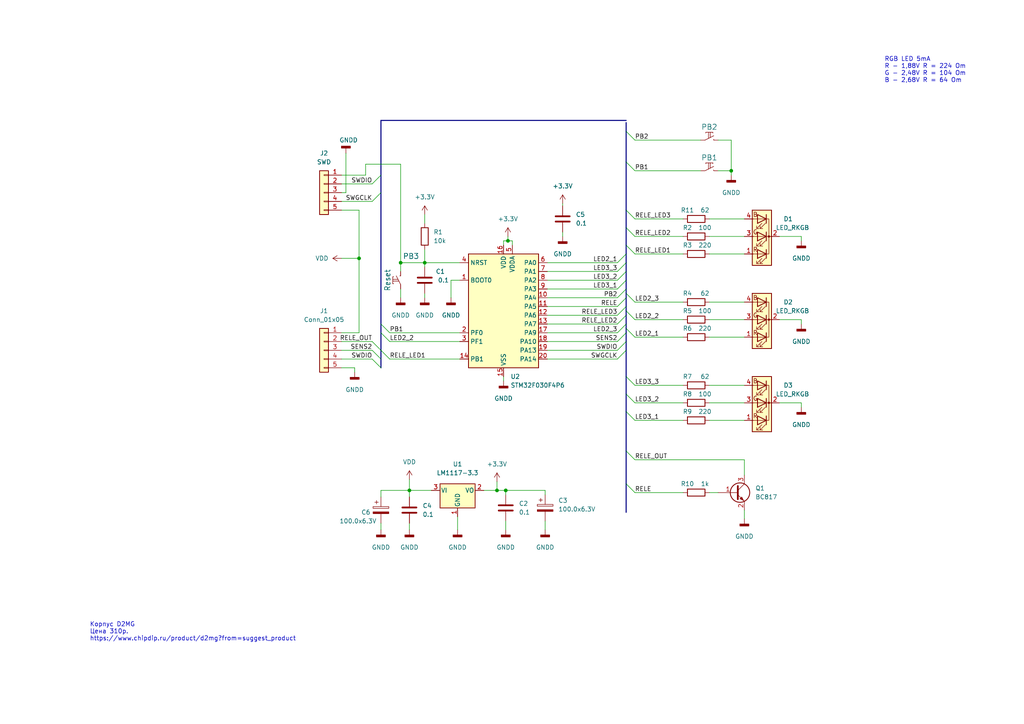
<source format=kicad_sch>
(kicad_sch (version 20211123) (generator eeschema)
  (paper "A4")
  (lib_symbols
    (symbol "Connector_Generic:Conn_01x05" (pin_names (offset 1.016) hide)
      (property "Reference" "J" (at 0 7.62 0))
      (property "Value" "Conn_01x05" (at 0 -7.62 0))
      (symbol "Conn_01x05_1_1"
        (rectangle (start -1.27 -4.953) (end 0 -5.207) (stroke (width 0.1524)))
        (rectangle (start -1.27 -2.413) (end 0 -2.667) (stroke (width 0.1524)))
        (rectangle (start -1.27 0.127) (end 0 -0.127) (stroke (width 0.1524)))
        (rectangle (start -1.27 2.667) (end 0 2.413) (stroke (width 0.1524)))
        (rectangle (start -1.27 5.207) (end 0 4.953) (stroke (width 0.1524)))
        (rectangle (start -1.27 6.35) (end 1.27 -6.35) (stroke (width 0.254)) (fill (type background)))
        (pin passive line (at -5.08 5.08 0) (length 3.81) (name "Pin_1") (number "1"))
        (pin passive line (at -5.08 2.54 0) (length 3.81) (name "Pin_2") (number "2"))
        (pin passive line (at -5.08 0 0) (length 3.81) (name "Pin_3") (number "3"))
        (pin passive line (at -5.08 -2.54 0) (length 3.81) (name "Pin_4") (number "4"))
        (pin passive line (at -5.08 -5.08 0) (length 3.81) (name "Pin_5") (number "5"))
      )
    )
    (symbol "Device:C" (pin_numbers hide) (pin_names (offset 0.254))
      (property "Reference" "C" (at 0.635 2.54 0))
      (property "Value" "C" (at 0.635 -2.54 0))
      (symbol "C_0_1"
        (polyline (pts (xy -2.032 -0.762) (xy 2.032 -0.762)) (stroke (width 0.508)))
        (polyline (pts (xy -2.032 0.762) (xy 2.032 0.762)) (stroke (width 0.508)))
      )
      (symbol "C_1_1"
        (pin passive line (at 0 3.81 270) (length 2.794) (name "~") (number "1"))
        (pin passive line (at 0 -3.81 90) (length 2.794) (name "~") (number "2"))
      )
    )
    (symbol "Device:C_Polarized" (pin_numbers hide) (pin_names (offset 0.254))
      (property "Reference" "C" (at 0.635 2.54 0))
      (property "Value" "C_Polarized" (at 0.635 -2.54 0))
      (symbol "C_Polarized_0_1"
        (rectangle (start -2.286 0.508) (end 2.286 1.016))
        (polyline (pts (xy -1.778 2.286) (xy -0.762 2.286)))
        (polyline (pts (xy -1.27 2.794) (xy -1.27 1.778)))
        (rectangle (start 2.286 -0.508) (end -2.286 -1.016) (fill (type outline)))
      )
      (symbol "C_Polarized_1_1"
        (pin passive line (at 0 3.81 270) (length 2.794) (name "~") (number "1"))
        (pin passive line (at 0 -3.81 90) (length 2.794) (name "~") (number "2"))
      )
    )
    (symbol "Device:LED_RKGB" (pin_names (offset 0) hide)
      (property "Reference" "D" (at 0 9.398 0))
      (property "Value" "LED_RKGB" (at 0 -8.89 0))
      (symbol "LED_RKGB_0_0"
        (text "B" (at 1.905 -6.35 0) (effects (font (size 1.27 1.27))))
        (text "G" (at 1.905 -1.27 0) (effects (font (size 1.27 1.27))))
        (text "R" (at 1.905 3.81 0) (effects (font (size 1.27 1.27))))
      )
      (symbol "LED_RKGB_0_1"
        (circle (center -2.032 0) (radius 0.254) (fill (type outline)))
        (polyline (pts (xy -1.27 -5.08) (xy 1.27 -5.08)))
        (polyline (pts (xy -1.27 -3.81) (xy -1.27 -6.35)) (stroke (width 0.254)))
        (polyline (pts (xy -1.27 0) (xy -2.54 0)))
        (polyline (pts (xy -1.27 1.27) (xy -1.27 -1.27)) (stroke (width 0.254)))
        (polyline (pts (xy -1.27 5.08) (xy 1.27 5.08)))
        (polyline (pts (xy -1.27 6.35) (xy -1.27 3.81)) (stroke (width 0.254)))
        (polyline (pts (xy 1.27 -5.08) (xy 2.54 -5.08)))
        (polyline (pts (xy 1.27 0) (xy -1.27 0)))
        (polyline (pts (xy 1.27 0) (xy 2.54 0)))
        (polyline (pts (xy 1.27 5.08) (xy 2.54 5.08)))
        (polyline (pts (xy -1.27 1.27) (xy -1.27 -1.27) (xy -1.27 -1.27)))
        (polyline (pts (xy -1.27 6.35) (xy -1.27 3.81) (xy -1.27 3.81)))
        (polyline (pts (xy -1.27 5.08) (xy -2.032 5.08) (xy -2.032 -5.08) (xy -1.016 -5.08)))
        (polyline (pts (xy 1.27 -3.81) (xy 1.27 -6.35) (xy -1.27 -5.08) (xy 1.27 -3.81)) (stroke (width 0.254)))
        (polyline (pts (xy 1.27 1.27) (xy 1.27 -1.27) (xy -1.27 0) (xy 1.27 1.27)) (stroke (width 0.254)))
        (polyline (pts (xy 1.27 6.35) (xy 1.27 3.81) (xy -1.27 5.08) (xy 1.27 6.35)) (stroke (width 0.254)))
        (polyline (pts (xy -1.016 -3.81) (xy 0.508 -2.286) (xy -0.254 -2.286) (xy 0.508 -2.286) (xy 0.508 -3.048)))
        (polyline (pts (xy -1.016 1.27) (xy 0.508 2.794) (xy -0.254 2.794) (xy 0.508 2.794) (xy 0.508 2.032)))
        (polyline (pts (xy -1.016 6.35) (xy 0.508 7.874) (xy -0.254 7.874) (xy 0.508 7.874) (xy 0.508 7.112)))
        (polyline (pts (xy 0 -3.81) (xy 1.524 -2.286) (xy 0.762 -2.286) (xy 1.524 -2.286) (xy 1.524 -3.048)))
        (polyline (pts (xy 0 1.27) (xy 1.524 2.794) (xy 0.762 2.794) (xy 1.524 2.794) (xy 1.524 2.032)))
        (polyline (pts (xy 0 6.35) (xy 1.524 7.874) (xy 0.762 7.874) (xy 1.524 7.874) (xy 1.524 7.112)))
        (rectangle (start 1.27 -1.27) (end 1.27 1.27))
        (rectangle (start 1.27 1.27) (end 1.27 1.27))
        (rectangle (start 1.27 3.81) (end 1.27 6.35))
        (rectangle (start 1.27 6.35) (end 1.27 6.35))
        (rectangle (start 2.794 8.382) (end -2.794 -7.62) (stroke (width 0.254)) (fill (type background)))
      )
      (symbol "LED_RKGB_1_1"
        (pin passive line (at 5.08 5.08 180) (length 2.54) (name "RA") (number "1"))
        (pin passive line (at -5.08 0 0) (length 2.54) (name "K") (number "2"))
        (pin passive line (at 5.08 0 180) (length 2.54) (name "GA") (number "3"))
        (pin passive line (at 5.08 -5.08 180) (length 2.54) (name "BA") (number "4"))
      )
    )
    (symbol "Device:Q_NPN_BEC" (pin_names (offset 0) hide)
      (property "Reference" "Q" (at 5.08 1.27 0))
      (property "Value" "Q_NPN_BEC" (at 5.08 -1.27 0))
      (symbol "Q_NPN_BEC_0_1"
        (polyline (pts (xy 0.635 0.635) (xy 2.54 2.54)))
        (polyline (pts (xy 0.635 -0.635) (xy 2.54 -2.54) (xy 2.54 -2.54)))
        (polyline (pts (xy 0.635 1.905) (xy 0.635 -1.905) (xy 0.635 -1.905)) (stroke (width 0.508)))
        (polyline (pts (xy 1.27 -1.778) (xy 1.778 -1.27) (xy 2.286 -2.286) (xy 1.27 -1.778) (xy 1.27 -1.778)) (fill (type outline)))
        (circle (center 1.27 0) (radius 2.8194) (stroke (width 0.254)))
      )
      (symbol "Q_NPN_BEC_1_1"
        (pin input line (at -5.08 0 0) (length 5.715) (name "B") (number "1"))
        (pin passive line (at 2.54 -5.08 90) (length 2.54) (name "E") (number "2"))
        (pin passive line (at 2.54 5.08 270) (length 2.54) (name "C") (number "3"))
      )
    )
    (symbol "Device:R" (pin_numbers hide) (pin_names (offset 0))
      (property "Reference" "R" (at 2.032 0 90))
      (property "Value" "R" (at 0 0 90))
      (symbol "R_0_1"
        (rectangle (start -1.016 -2.54) (end 1.016 2.54) (stroke (width 0.254)))
      )
      (symbol "R_1_1"
        (pin passive line (at 0 3.81 270) (length 1.27) (name "~") (number "1"))
        (pin passive line (at 0 -3.81 90) (length 1.27) (name "~") (number "2"))
      )
    )
    (symbol "MCU_ST_STM32F0:STM32F030F4Px"
      (property "Reference" "U" (at -10.16 16.51 0))
      (property "Value" "STM32F030F4Px" (at 5.08 16.51 0))
      (symbol "STM32F030F4Px_0_1"
        (rectangle (start -10.16 -17.78) (end 10.16 15.24) (stroke (width 0.254)) (fill (type background)))
      )
      (symbol "STM32F030F4Px_1_1"
        (pin input line (at -12.7 7.62 0) (length 2.54) (name "BOOT0") (number "1"))
        (pin bidirectional line (at 12.7 2.54 180) (length 2.54) (name "PA4") (number "10"))
        (pin bidirectional line (at 12.7 0 180) (length 2.54) (name "PA5") (number "11"))
        (pin bidirectional line (at 12.7 -2.54 180) (length 2.54) (name "PA6") (number "12"))
        (pin bidirectional line (at 12.7 -5.08 180) (length 2.54) (name "PA7") (number "13"))
        (pin bidirectional line (at -12.7 -15.24 0) (length 2.54) (name "PB1") (number "14"))
        (pin power_in line (at 0 -20.32 90) (length 2.54) (name "VSS") (number "15"))
        (pin power_in line (at 0 17.78 270) (length 2.54) (name "VDD") (number "16"))
        (pin bidirectional line (at 12.7 -7.62 180) (length 2.54) (name "PA9") (number "17"))
        (pin bidirectional line (at 12.7 -10.16 180) (length 2.54) (name "PA10") (number "18"))
        (pin bidirectional line (at 12.7 -12.7 180) (length 2.54) (name "PA13") (number "19"))
        (pin input line (at -12.7 -7.62 0) (length 2.54) (name "PF0") (number "2"))
        (pin bidirectional line (at 12.7 -15.24 180) (length 2.54) (name "PA14") (number "20"))
        (pin input line (at -12.7 -10.16 0) (length 2.54) (name "PF1") (number "3"))
        (pin input line (at -12.7 12.7 0) (length 2.54) (name "NRST") (number "4"))
        (pin power_in line (at 2.54 17.78 270) (length 2.54) (name "VDDA") (number "5"))
        (pin bidirectional line (at 12.7 12.7 180) (length 2.54) (name "PA0") (number "6"))
        (pin bidirectional line (at 12.7 10.16 180) (length 2.54) (name "PA1") (number "7"))
        (pin bidirectional line (at 12.7 7.62 180) (length 2.54) (name "PA2") (number "8"))
        (pin bidirectional line (at 12.7 5.08 180) (length 2.54) (name "PA3") (number "9"))
      )
    )
    (symbol "Regulator_Linear:LM1117-3.3" (pin_names (offset 0.254))
      (property "Reference" "U" (at -3.81 3.175 0))
      (property "Value" "LM1117-3.3" (at 0 3.175 0))
      (symbol "LM1117-3.3_0_1"
        (rectangle (start -5.08 -5.08) (end 5.08 1.905) (stroke (width 0.254)) (fill (type background)))
      )
      (symbol "LM1117-3.3_1_1"
        (pin power_in line (at 0 -7.62 90) (length 2.54) (name "GND") (number "1"))
        (pin power_out line (at 7.62 0 180) (length 2.54) (name "VO") (number "2"))
        (pin power_in line (at -7.62 0 0) (length 2.54) (name "VI") (number "3"))
      )
    )
    (symbol "power:+3.3V" (power) (pin_names (offset 0))
      (property "Value" "+3.3V" (at 0 3.556 0))
      (symbol "+3.3V_0_1"
        (polyline (pts (xy -0.762 1.27) (xy 0 2.54)))
        (polyline (pts (xy 0 0) (xy 0 2.54)))
        (polyline (pts (xy 0 2.54) (xy 0.762 1.27)))
      )
      (symbol "+3.3V_1_1"
        (pin power_in line (at 0 0 90) (length 0) hide (name "+3.3V") (number "1"))
      )
    )
    (symbol "power:GNDD" (power) (pin_names (offset 0))
      (property "Value" "GNDD" (at 0 -3.175 0))
      (symbol "GNDD_0_1"
        (rectangle (start -1.27 -1.524) (end 1.27 -2.032) (stroke (width 0.254)) (fill (type outline)))
        (polyline (pts (xy 0 0) (xy 0 -1.524)))
      )
      (symbol "GNDD_1_1"
        (pin power_in line (at 0 0 270) (length 0) hide (name "GNDD") (number "1"))
      )
    )
    (symbol "power:VDD" (power) (pin_names (offset 0))
      (property "Value" "VDD" (at 0 3.81 0))
      (symbol "VDD_0_1"
        (polyline (pts (xy -0.762 1.27) (xy 0 2.54)))
        (polyline (pts (xy 0 0) (xy 0 2.54)))
        (polyline (pts (xy 0 2.54) (xy 0.762 1.27)))
      )
      (symbol "VDD_1_1"
        (pin power_in line (at 0 0 90) (length 0) hide (name "VDD") (number "1"))
      )
    )
    (symbol "кнопки:кнопка" (pin_numbers hide) (pin_names (offset 1.016) hide)
      (property "Reference" "PB" (at 2.54 3.81 0))
      (property "Value" "кнопка" (at 2.54 -1.27 0))
      (symbol "кнопка_0_1"
        (polyline (pts (xy 1.27 0) (xy 3.81 1.27)))
        (polyline (pts (xy 1.524 2.032) (xy 1.524 2.286)))
        (polyline (pts (xy 1.524 2.286) (xy 3.556 2.286)))
        (polyline (pts (xy 2.286 0.508) (xy 2.286 2.286)))
        (polyline (pts (xy 2.794 0.762) (xy 2.794 2.286)))
        (polyline (pts (xy 3.556 2.032) (xy 3.556 2.286)))
        (polyline (pts (xy 3.81 0) (xy 3.81 0.254)))
      )
      (symbol "кнопка_1_1"
        (pin passive line (at 5.08 0 180) (length 1.27) (name "1") (number "1"))
        (pin passive line (at 0 0 0) (length 1.27) (name "2") (number "2"))
      )
    )
  )
  (junction (at 144.145 142.24))
  (junction (at 118.745 142.24))
  (junction (at 147.32 69.85))
  (junction (at 123.19 76.2))
  (junction (at 212.09 49.53))
  (junction (at 116.205 76.2))
  (junction (at 146.685 142.24))
  (junction (at 104.14 74.93))
  (bus_entry (at 184.15 49.53) (size -2.54 -2.54))
  (bus_entry (at 184.15 97.79) (size -2.54 -2.54))
  (bus_entry (at 184.15 111.76) (size -2.54 -2.54))
  (bus_entry (at 184.15 63.5) (size -2.54 -2.54))
  (bus_entry (at 179.07 88.9) (size 2.54 -2.54))
  (bus_entry (at 184.15 142.875) (size -2.54 -2.54))
  (bus_entry (at 179.07 96.52) (size 2.54 -2.54))
  (bus_entry (at 107.95 101.6) (size 2.54 2.54))
  (bus_entry (at 184.15 73.66) (size -2.54 -2.54))
  (bus_entry (at 179.07 99.06) (size 2.54 -2.54))
  (bus_entry (at 107.95 99.06) (size 2.54 2.54))
  (bus_entry (at 184.15 121.92) (size -2.54 -2.54))
  (bus_entry (at 107.95 53.34) (size 2.54 -2.54))
  (bus_entry (at 179.07 76.2) (size 2.54 -2.54))
  (bus_entry (at 184.15 87.63) (size -2.54 -2.54))
  (bus_entry (at 107.95 104.14) (size 2.54 2.54))
  (bus_entry (at 110.49 101.6) (size 2.54 2.54))
  (bus_entry (at 184.15 116.84) (size -2.54 -2.54))
  (bus_entry (at 179.07 101.6) (size 2.54 -2.54))
  (bus_entry (at 184.15 68.58) (size -2.54 -2.54))
  (bus_entry (at 179.07 86.36) (size 2.54 -2.54))
  (bus_entry (at 107.95 58.42) (size 2.54 -2.54))
  (bus_entry (at 110.49 93.98) (size 2.54 2.54))
  (bus_entry (at 184.15 133.35) (size -2.54 -2.54))
  (bus_entry (at 179.07 78.74) (size 2.54 -2.54))
  (bus_entry (at 179.07 83.82) (size 2.54 -2.54))
  (bus_entry (at 110.49 96.52) (size 2.54 2.54))
  (bus_entry (at 184.15 92.71) (size -2.54 -2.54))
  (bus_entry (at 184.15 40.64) (size -2.54 -2.54))
  (bus_entry (at 179.07 91.44) (size 2.54 -2.54))
  (bus_entry (at 179.07 104.14) (size 2.54 -2.54))
  (bus_entry (at 179.07 81.28) (size 2.54 -2.54))
  (bus_entry (at 179.07 93.98) (size 2.54 -2.54))
  (wire (pts (xy 104.14 74.93) (xy 104.14 96.52)))
  (bus (pts (xy 181.61 96.52) (xy 181.61 99.06)))
  (bus (pts (xy 181.61 95.25) (xy 181.61 96.52)))
  (wire (pts (xy 148.59 69.85) (xy 148.59 71.12)))
  (wire (pts (xy 212.09 40.64) (xy 212.09 49.53)))
  (bus (pts (xy 181.61 60.96) (xy 181.61 66.04)))
  (bus (pts (xy 181.61 109.22) (xy 181.61 114.3)))
  (wire (pts (xy 184.15 73.66) (xy 198.12 73.66)))
  (bus (pts (xy 110.49 93.98) (xy 110.49 96.52)))
  (wire (pts (xy 198.12 121.92) (xy 184.15 121.92)))
  (wire (pts (xy 198.12 92.71) (xy 184.15 92.71)))
  (wire (pts (xy 123.19 85.09) (xy 123.19 86.36)))
  (wire (pts (xy 130.81 81.28) (xy 133.35 81.28)))
  (wire (pts (xy 99.06 101.6) (xy 107.95 101.6)))
  (wire (pts (xy 132.715 149.86) (xy 132.715 153.67)))
  (wire (pts (xy 158.75 96.52) (xy 179.07 96.52)))
  (bus (pts (xy 181.61 99.06) (xy 181.61 101.6)))
  (wire (pts (xy 118.745 139.065) (xy 118.745 142.24)))
  (wire (pts (xy 99.06 50.8) (xy 106.045 50.8)))
  (bus (pts (xy 181.61 101.6) (xy 181.61 109.22)))
  (wire (pts (xy 116.205 76.2) (xy 123.19 76.2)))
  (bus (pts (xy 181.61 140.335) (xy 181.61 148.59)))
  (wire (pts (xy 144.145 142.24) (xy 144.145 139.7)))
  (wire (pts (xy 205.74 142.875) (xy 208.28 142.875)))
  (wire (pts (xy 99.06 58.42) (xy 107.95 58.42)))
  (wire (pts (xy 116.205 47.625) (xy 116.205 76.2)))
  (bus (pts (xy 181.61 78.74) (xy 181.61 81.28)))
  (wire (pts (xy 158.115 151.13) (xy 158.115 153.67)))
  (bus (pts (xy 181.61 38.1) (xy 181.61 46.99)))
  (wire (pts (xy 215.9 121.92) (xy 205.74 121.92)))
  (wire (pts (xy 212.09 49.53) (xy 212.09 50.8)))
  (wire (pts (xy 123.19 62.23) (xy 123.19 64.77)))
  (wire (pts (xy 99.06 96.52) (xy 104.14 96.52)))
  (wire (pts (xy 113.03 99.06) (xy 133.35 99.06)))
  (wire (pts (xy 158.75 78.74) (xy 179.07 78.74)))
  (wire (pts (xy 232.41 116.84) (xy 232.41 118.11)))
  (bus (pts (xy 181.61 88.9) (xy 181.61 90.17)))
  (bus (pts (xy 181.61 91.44) (xy 181.61 93.98)))
  (wire (pts (xy 113.03 104.14) (xy 133.35 104.14)))
  (wire (pts (xy 158.75 104.14) (xy 179.07 104.14)))
  (bus (pts (xy 181.61 90.17) (xy 181.61 91.44)))
  (bus (pts (xy 181.61 81.28) (xy 181.61 83.82)))
  (wire (pts (xy 102.87 106.68) (xy 102.87 107.95)))
  (wire (pts (xy 198.12 97.79) (xy 184.15 97.79)))
  (wire (pts (xy 205.74 63.5) (xy 215.9 63.5)))
  (wire (pts (xy 146.685 151.13) (xy 146.685 153.67)))
  (bus (pts (xy 181.61 46.99) (xy 181.61 60.96)))
  (wire (pts (xy 104.14 60.96) (xy 104.14 74.93)))
  (wire (pts (xy 110.49 142.24) (xy 118.745 142.24)))
  (wire (pts (xy 99.06 106.68) (xy 102.87 106.68)))
  (wire (pts (xy 146.05 71.12) (xy 146.05 69.85)))
  (wire (pts (xy 226.06 68.58) (xy 232.41 68.58)))
  (wire (pts (xy 215.9 147.955) (xy 215.9 150.495)))
  (wire (pts (xy 123.19 76.2) (xy 123.19 72.39)))
  (wire (pts (xy 158.75 93.98) (xy 179.07 93.98)))
  (wire (pts (xy 158.115 142.24) (xy 158.115 143.51)))
  (wire (pts (xy 99.06 74.93) (xy 104.14 74.93)))
  (wire (pts (xy 163.195 59.055) (xy 163.195 59.69)))
  (wire (pts (xy 146.05 69.85) (xy 147.32 69.85)))
  (wire (pts (xy 226.06 92.71) (xy 232.41 92.71)))
  (wire (pts (xy 113.03 96.52) (xy 133.35 96.52)))
  (wire (pts (xy 158.75 88.9) (xy 179.07 88.9)))
  (bus (pts (xy 181.61 119.38) (xy 181.61 130.81)))
  (wire (pts (xy 205.74 73.66) (xy 215.9 73.66)))
  (bus (pts (xy 181.61 114.3) (xy 181.61 119.38)))
  (bus (pts (xy 110.49 96.52) (xy 110.49 101.6)))
  (bus (pts (xy 181.61 130.81) (xy 181.61 140.335)))
  (bus (pts (xy 110.49 34.925) (xy 110.49 50.8)))
  (bus (pts (xy 110.49 50.8) (xy 110.49 55.88)))
  (wire (pts (xy 147.32 69.85) (xy 148.59 69.85)))
  (wire (pts (xy 99.06 60.96) (xy 104.14 60.96)))
  (wire (pts (xy 205.74 116.84) (xy 215.9 116.84)))
  (wire (pts (xy 158.75 81.28) (xy 179.07 81.28)))
  (bus (pts (xy 181.61 83.82) (xy 181.61 85.09)))
  (wire (pts (xy 130.81 86.36) (xy 130.81 81.28)))
  (wire (pts (xy 163.195 67.31) (xy 163.195 68.58)))
  (wire (pts (xy 146.05 109.22) (xy 146.05 110.49)))
  (bus (pts (xy 181.61 73.66) (xy 181.61 76.2)))
  (wire (pts (xy 215.9 87.63) (xy 205.74 87.63)))
  (wire (pts (xy 110.49 142.24) (xy 110.49 144.145)))
  (wire (pts (xy 184.15 116.84) (xy 198.12 116.84)))
  (wire (pts (xy 158.75 83.82) (xy 179.07 83.82)))
  (wire (pts (xy 147.32 68.58) (xy 147.32 69.85)))
  (wire (pts (xy 215.9 133.35) (xy 215.9 137.795)))
  (wire (pts (xy 215.9 111.76) (xy 205.74 111.76)))
  (bus (pts (xy 181.61 34.925) (xy 110.49 34.925)))
  (wire (pts (xy 184.15 49.53) (xy 203.2 49.53)))
  (wire (pts (xy 118.745 151.765) (xy 118.745 153.67)))
  (wire (pts (xy 232.41 68.58) (xy 232.41 69.85)))
  (bus (pts (xy 181.61 35.56) (xy 181.61 38.1)))
  (bus (pts (xy 181.61 86.36) (xy 181.61 88.9)))
  (wire (pts (xy 100.33 55.88) (xy 100.33 44.45)))
  (wire (pts (xy 198.12 87.63) (xy 184.15 87.63)))
  (wire (pts (xy 146.685 142.24) (xy 146.685 143.51)))
  (wire (pts (xy 198.12 111.76) (xy 184.15 111.76)))
  (wire (pts (xy 106.045 50.8) (xy 106.045 47.625)))
  (wire (pts (xy 158.75 91.44) (xy 179.07 91.44)))
  (wire (pts (xy 116.205 78.74) (xy 116.205 76.2)))
  (bus (pts (xy 181.61 93.98) (xy 181.61 95.25)))
  (wire (pts (xy 116.205 83.82) (xy 116.205 86.36)))
  (wire (pts (xy 198.12 63.5) (xy 184.15 63.5)))
  (wire (pts (xy 110.49 151.765) (xy 110.49 153.67)))
  (bus (pts (xy 110.49 55.88) (xy 110.49 93.98)))
  (wire (pts (xy 208.28 40.64) (xy 212.09 40.64)))
  (wire (pts (xy 184.15 40.64) (xy 203.2 40.64)))
  (wire (pts (xy 158.75 76.2) (xy 179.07 76.2)))
  (wire (pts (xy 158.75 99.06) (xy 179.07 99.06)))
  (wire (pts (xy 208.28 49.53) (xy 212.09 49.53)))
  (wire (pts (xy 198.12 142.875) (xy 184.15 142.875)))
  (wire (pts (xy 99.06 99.06) (xy 107.95 99.06)))
  (bus (pts (xy 110.49 104.14) (xy 110.49 106.68)))
  (bus (pts (xy 181.61 85.09) (xy 181.61 86.36)))
  (wire (pts (xy 99.06 53.34) (xy 107.95 53.34)))
  (wire (pts (xy 123.19 76.2) (xy 123.19 77.47)))
  (wire (pts (xy 146.685 142.24) (xy 158.115 142.24)))
  (bus (pts (xy 110.49 101.6) (xy 110.49 104.14)))
  (bus (pts (xy 181.61 71.12) (xy 181.61 73.66)))
  (bus (pts (xy 181.61 76.2) (xy 181.61 78.74)))
  (wire (pts (xy 158.75 86.36) (xy 179.07 86.36)))
  (wire (pts (xy 232.41 92.71) (xy 232.41 93.98)))
  (wire (pts (xy 226.06 116.84) (xy 232.41 116.84)))
  (wire (pts (xy 205.74 68.58) (xy 215.9 68.58)))
  (wire (pts (xy 99.06 55.88) (xy 100.33 55.88)))
  (bus (pts (xy 181.61 66.04) (xy 181.61 71.12)))
  (wire (pts (xy 144.145 142.24) (xy 146.685 142.24)))
  (wire (pts (xy 158.75 101.6) (xy 179.07 101.6)))
  (wire (pts (xy 215.9 92.71) (xy 205.74 92.71)))
  (wire (pts (xy 184.15 68.58) (xy 198.12 68.58)))
  (wire (pts (xy 99.06 104.14) (xy 107.95 104.14)))
  (wire (pts (xy 133.35 76.2) (xy 123.19 76.2)))
  (wire (pts (xy 118.745 142.24) (xy 118.745 144.145)))
  (wire (pts (xy 215.9 97.79) (xy 205.74 97.79)))
  (wire (pts (xy 184.15 133.35) (xy 215.9 133.35)))
  (wire (pts (xy 118.745 142.24) (xy 125.095 142.24)))
  (wire (pts (xy 140.335 142.24) (xy 144.145 142.24)))
  (wire (pts (xy 106.045 47.625) (xy 116.205 47.625)))
  (text "Корпус D2MG\nЦена 310р.\nhttps://www.chipdip.ru/product/d2mg?from=suggest_product\n" (at 26.035 186.055 0) (effects (font (size 1.27 1.27)) (justify left bottom)))
  (text "RGB LED 5mA\nR - 1,88V R = 224 Om\nG - 2,48V R = 104 Om\nB - 2,68V R = 64 Om" (at 256.54 24.13 0) (effects (font (size 1.27 1.27)) (justify left bottom)))
  (label "LED2_1" (at 184.15 97.79 0))
  (label "LED3_2" (at 184.15 116.84 0))
  (label "RELE_OUT" (at 107.95 99.06 180))
  (label "PB1" (at 113.03 96.52 0))
  (label "LED2_1" (at 179.07 76.2 180))
  (label "LED3_1" (at 179.07 83.82 180))
  (label "RELE_LED2" (at 184.15 68.58 0))
  (label "LED3_3" (at 179.07 78.74 180))
  (label "PB2" (at 179.07 86.36 180))
  (label "LED2_3" (at 184.15 87.63 0))
  (label "SENS2" (at 107.95 101.6 180))
  (label "LED2_2" (at 113.03 99.06 0))
  (label "PB1" (at 184.15 49.53 0))
  (label "RELE" (at 184.15 142.875 0))
  (label "LED3_1" (at 184.15 121.92 0))
  (label "LED3_2" (at 179.07 81.28 180))
  (label "LED2_2" (at 184.15 92.71 0))
  (label "LED3_3" (at 184.15 111.76 0))
  (label "RELE" (at 179.07 88.9 180))
  (label "RELE_LED2" (at 179.07 93.98 180))
  (label "SWDIO" (at 179.07 101.6 180))
  (label "SWGCLK" (at 179.07 104.14 180))
  (label "RELE_LED1" (at 113.03 104.14 0))
  (label "RELE_LED1" (at 184.15 73.66 0))
  (label "RELE_LED3" (at 179.07 91.44 180))
  (label "SWDIO" (at 107.95 53.34 180))
  (label "LED2_3" (at 179.07 96.52 180))
  (label "RELE_OUT" (at 184.15 133.35 0))
  (label "SWDIO" (at 107.95 104.14 180))
  (label "PB2" (at 184.15 40.64 0))
  (label "RELE_LED3" (at 184.15 63.5 0))
  (label "SENS2" (at 179.07 99.06 180))
  (label "SWGCLK" (at 107.95 58.42 180))
  (symbol (lib_id "Device:R") (at 123.19 68.58 0) (unit 1)
    (property "Reference" "R1" (at 125.73 67.3099 0) (effects (justify left)))
    (property "Value" "10k" (at 125.73 69.8499 0) (effects (justify left)))
    (property "Footprint" "Resistor_SMD:R_1206_3216Metric" (effects hide))
  )
  (symbol (lib_id "Connector_Generic:Conn_01x05") (at 93.98 101.6 0) (mirror y) (unit 1)
    (property "Reference" "J1" (at 93.98 90.17 0))
    (property "Value" "Conn_01x05" (at 93.98 92.71 0))
    (property "Footprint" "Connector_JST:JST_EH_B5B-EH-A_1x05_P2.50mm_Vertical" (effects hide))
  )
  (symbol (lib_id "Device:LED_RKGB") (at 220.98 116.84 180) (unit 1)
    (property "Reference" "D3" (at 228.6 111.76 0))
    (property "Value" "LED_RKGB" (at 229.87 114.3 0))
    (property "Footprint" "LED_THT:LED_D5.0mm-4_RGB_Staggered_Pins" (effects hide))
  )
  (symbol (lib_id "power:GNDD") (at 132.715 153.67 0) (unit 1)
    (property "Reference" "#PWR0106" (effects hide))
    (property "Value" "GNDD" (at 132.715 158.75 0))
  )
  (symbol (lib_id "Device:C") (at 163.195 63.5 0) (unit 1)
    (property "Reference" "C5" (at 167.005 62.2299 0) (effects (justify left)))
    (property "Value" "0.1" (at 167.005 64.7699 0) (effects (justify left)))
    (property "Footprint" "Capacitor_SMD:C_1206_3216Metric" (effects hide))
  )
  (symbol (lib_id "power:VDD") (at 99.06 74.93 90) (unit 1)
    (property "Reference" "#PWR06" (effects hide))
    (property "Value" "VDD" (at 91.44 74.93 90) (effects (justify right)))
  )
  (symbol (lib_id "Regulator_Linear:LM1117-3.3") (at 132.715 142.24 0) (unit 1)
    (property "Reference" "U1" (at 132.715 134.62 0))
    (property "Value" "LM1117-3.3" (at 132.715 137.16 0))
    (property "Footprint" "Package_TO_SOT_SMD:SOT-223-3_TabPin2" (effects hide))
    (property "Datasheet" "https://www.chipdip.ru/product/lm1117gs-3.3" (effects hide))
    (property "Цена" "21" (effects hide))
  )
  (symbol (lib_id "power:GNDD") (at 232.41 93.98 0) (unit 1)
    (property "Reference" "#PWR08" (effects hide))
    (property "Value" "GNDD" (at 232.41 99.06 0))
  )
  (symbol (lib_id "power:GNDD") (at 110.49 153.67 0) (unit 1)
    (property "Reference" "#PWR013" (effects hide))
    (property "Value" "GNDD" (at 110.49 158.75 0))
  )
  (symbol (lib_id "Device:C") (at 146.685 147.32 0) (unit 1)
    (property "Reference" "C2" (at 150.495 146.0499 0) (effects (justify left)))
    (property "Value" "0.1" (at 150.495 148.5899 0) (effects (justify left)))
    (property "Footprint" "Capacitor_SMD:C_1206_3216Metric" (effects hide))
  )
  (symbol (lib_id "Device:R") (at 201.93 121.92 90) (unit 1)
    (property "Reference" "R9" (at 199.39 119.38 90))
    (property "Value" "220" (at 204.47 119.38 90))
    (property "Footprint" "Resistor_SMD:R_1206_3216Metric" (effects hide))
  )
  (symbol (lib_id "power:+3.3V") (at 163.195 59.055 0) (unit 1)
    (property "Reference" "#PWR011" (effects hide))
    (property "Value" "+3.3V" (at 163.195 53.975 0))
  )
  (symbol (lib_id "Device:LED_RKGB") (at 220.98 68.58 180) (unit 1)
    (property "Reference" "D1" (at 228.6 63.5 0))
    (property "Value" "LED_RKGB" (at 229.87 66.04 0))
    (property "Footprint" "LED_THT:LED_D5.0mm-4_RGB_Staggered_Pins" (effects hide))
  )
  (symbol (lib_id "Device:R") (at 201.93 92.71 90) (unit 1)
    (property "Reference" "R5" (at 199.39 90.17 90))
    (property "Value" "100" (at 204.47 90.17 90))
    (property "Footprint" "Resistor_SMD:R_1206_3216Metric" (effects hide))
  )
  (symbol (lib_id "Device:C_Polarized") (at 158.115 147.32 0) (unit 1)
    (property "Reference" "C3" (at 161.925 145.1609 0) (effects (justify left)))
    (property "Value" "100.0x6.3V" (at 161.925 147.7009 0) (effects (justify left)))
    (property "Footprint" "Capacitor_Tantalum_SMD:CP_EIA-3528-21_Kemet-B_Pad1.50x2.35mm_HandSolder" (effects hide))
  )
  (symbol (lib_id "Device:R") (at 201.93 97.79 90) (unit 1)
    (property "Reference" "R6" (at 199.39 95.25 90))
    (property "Value" "220" (at 204.47 95.25 90))
    (property "Footprint" "Resistor_SMD:R_1206_3216Metric" (effects hide))
  )
  (symbol (lib_id "Device:R") (at 201.93 111.76 90) (unit 1)
    (property "Reference" "R7" (at 199.39 109.22 90))
    (property "Value" "62" (at 204.47 109.22 90))
    (property "Footprint" "Resistor_SMD:R_1206_3216Metric" (effects hide))
  )
  (symbol (lib_id "Device:R") (at 201.93 68.58 90) (unit 1)
    (property "Reference" "R2" (at 199.39 66.04 90))
    (property "Value" "100" (at 204.47 66.04 90))
    (property "Footprint" "Resistor_SMD:R_1206_3216Metric" (effects hide))
  )
  (symbol (lib_id "power:+3.3V") (at 144.145 139.7 0) (unit 1)
    (property "Reference" "#PWR0107" (effects hide))
    (property "Value" "+3.3V" (at 144.145 134.62 0))
  )
  (symbol (lib_id "power:GNDD") (at 100.33 44.45 180) (unit 1)
    (property "Reference" "#PWR03" (effects hide))
    (property "Value" "GNDD" (at 98.425 40.64 0) (effects (justify right)))
  )
  (symbol (lib_id "Device:R") (at 201.93 142.875 90) (unit 1)
    (property "Reference" "R10" (at 199.39 140.335 90))
    (property "Value" "1k" (at 204.47 140.335 90))
    (property "Footprint" "Resistor_SMD:R_1206_3216Metric" (effects hide))
  )
  (symbol (lib_id "power:GNDD") (at 158.115 153.67 0) (unit 1)
    (property "Reference" "#PWR05" (effects hide))
    (property "Value" "GNDD" (at 158.115 158.75 0))
  )
  (symbol (lib_id "power:GNDD") (at 102.87 107.95 0) (mirror y) (unit 1)
    (property "Reference" "#PWR01" (effects hide))
    (property "Value" "GNDD" (at 102.87 113.03 0))
  )
  (symbol (lib_id "power:GNDD") (at 215.9 150.495 0) (unit 1)
    (property "Reference" "#PWR0109" (effects hide))
    (property "Value" "GNDD" (at 215.9 155.575 0))
  )
  (symbol (lib_id "Device:C") (at 118.745 147.955 0) (unit 1)
    (property "Reference" "C4" (at 122.555 146.6849 0) (effects (justify left)))
    (property "Value" "0.1" (at 122.555 149.2249 0) (effects (justify left)))
    (property "Footprint" "Capacitor_SMD:C_1206_3216Metric" (effects hide))
  )
  (symbol (lib_id "MCU_ST_STM32F0:STM32F030F4Px") (at 146.05 88.9 0) (unit 1)
    (property "Reference" "U2" (at 148.0694 109.22 0) (effects (justify left)))
    (property "Value" "STM32F030F4P6" (at 148.0694 111.76 0) (effects (justify left)))
    (property "Footprint" "Package_SO:TSSOP-20_4.4x6.5mm_P0.65mm" (effects hide))
    (property "Datasheet" "https://www.chipdip.ru/product/stm32f030f4p6tr-2?from=suggest_product" (effects hide))
    (property "Цена" "100" (effects hide))
  )
  (symbol (lib_id "power:+3.3V") (at 123.19 62.23 0) (unit 1)
    (property "Reference" "#PWR0105" (effects hide))
    (property "Value" "+3.3V" (at 123.19 57.15 0))
  )
  (symbol (lib_id "power:+3.3V") (at 147.32 68.58 0) (unit 1)
    (property "Reference" "#PWR0101" (effects hide))
    (property "Value" "+3.3V" (at 147.32 63.5 0))
  )
  (symbol (lib_id "Device:R") (at 201.93 63.5 90) (unit 1)
    (property "Reference" "R11" (at 199.39 60.96 90))
    (property "Value" "62" (at 204.47 60.96 90))
    (property "Footprint" "Resistor_SMD:R_1206_3216Metric" (effects hide))
  )
  (symbol (lib_id "power:GNDD") (at 146.05 110.49 0) (unit 1)
    (property "Reference" "#PWR0102" (effects hide))
    (property "Value" "GNDD" (at 146.05 115.57 0))
  )
  (symbol (lib_id "power:GNDD") (at 123.19 86.36 0) (unit 1)
    (property "Reference" "#PWR0104" (effects hide))
    (property "Value" "GNDD" (at 123.19 91.44 0))
  )
  (symbol (lib_id "кнопки:кнопка") (at 116.205 83.82 90) (unit 1)
    (property "Reference" "PB3" (at 116.84 74.295 90) (effects (font (size 1.524 1.524)) (justify right)))
    (property "Value" "Reset" (at 112.395 81.28 0) (effects (font (size 1.524 1.524))))
    (property "Footprint" "кнопки:PB_SMD_3x6x2.5" (effects hide))
  )
  (symbol (lib_id "power:GNDD") (at 163.195 68.58 0) (unit 1)
    (property "Reference" "#PWR012" (effects hide))
    (property "Value" "GNDD" (at 163.195 73.66 0))
  )
  (symbol (lib_id "Device:Q_NPN_BEC") (at 213.36 142.875 0) (unit 1)
    (property "Reference" "Q1" (at 219.075 141.6049 0) (effects (justify left)))
    (property "Value" "BC817" (at 219.075 144.1449 0) (effects (justify left)))
    (property "Footprint" "Package_TO_SOT_SMD:SOT-23" (effects hide))
    (property "Datasheet" "https://www.chipdip.ru/product/bc817-16-hottech" (effects hide))
    (property "Цена" "4" (effects hide))
  )
  (symbol (lib_id "power:GNDD") (at 118.745 153.67 0) (unit 1)
    (property "Reference" "#PWR010" (effects hide))
    (property "Value" "GNDD" (at 118.745 158.75 0))
  )
  (symbol (lib_id "Device:C_Polarized") (at 110.49 147.955 0) (unit 1)
    (property "Reference" "C6" (at 104.775 148.59 0) (effects (justify left)))
    (property "Value" "100.0x6.3V" (at 98.425 151.13 0) (effects (justify left)))
    (property "Footprint" "Capacitor_Tantalum_SMD:CP_EIA-3528-21_Kemet-B_Pad1.50x2.35mm_HandSolder" (effects hide))
  )
  (symbol (lib_id "Device:R") (at 201.93 87.63 90) (unit 1)
    (property "Reference" "R4" (at 199.39 85.09 90))
    (property "Value" "62" (at 204.47 85.09 90))
    (property "Footprint" "Resistor_SMD:R_1206_3216Metric" (effects hide))
  )
  (symbol (lib_id "power:GNDD") (at 116.205 86.36 0) (unit 1)
    (property "Reference" "#PWR014" (effects hide))
    (property "Value" "GNDD" (at 116.205 91.44 0))
  )
  (symbol (lib_id "кнопки:кнопка") (at 203.2 49.53 0) (unit 1)
    (property "Reference" "PB1" (at 205.74 45.72 0) (effects (font (size 1.524 1.524))))
    (property "Value" "кнопка" (effects hide))
    (property "Footprint" "Button_Switch_THT:SW_PUSH_6mm" (effects hide))
  )
  (symbol (lib_id "power:GNDD") (at 232.41 118.11 0) (unit 1)
    (property "Reference" "#PWR09" (effects hide))
    (property "Value" "GNDD" (at 232.41 123.19 0))
  )
  (symbol (lib_id "Device:LED_RKGB") (at 220.98 92.71 180) (unit 1)
    (property "Reference" "D2" (at 228.6 87.63 0))
    (property "Value" "LED_RKGB" (at 229.87 90.17 0))
    (property "Footprint" "LED_THT:LED_D5.0mm-4_RGB_Staggered_Pins" (effects hide))
  )
  (symbol (lib_id "Device:R") (at 201.93 73.66 90) (unit 1)
    (property "Reference" "R3" (at 199.39 71.12 90))
    (property "Value" "220" (at 204.47 71.12 90))
    (property "Footprint" "Resistor_SMD:R_1206_3216Metric" (effects hide))
  )
  (symbol (lib_id "Connector_Generic:Conn_01x05") (at 93.98 55.88 0) (mirror y) (unit 1)
    (property "Reference" "J2" (at 93.98 44.45 0))
    (property "Value" "SWD" (at 93.98 46.99 0))
    (property "Footprint" "Connector_JST:JST_EH_B5B-EH-A_1x05_P2.50mm_Vertical" (effects hide))
  )
  (symbol (lib_id "Device:R") (at 201.93 116.84 90) (unit 1)
    (property "Reference" "R8" (at 199.39 114.3 90))
    (property "Value" "100" (at 204.47 114.3 90))
    (property "Footprint" "Resistor_SMD:R_1206_3216Metric" (effects hide))
  )
  (symbol (lib_id "power:GNDD") (at 146.685 153.67 0) (unit 1)
    (property "Reference" "#PWR04" (effects hide))
    (property "Value" "GNDD" (at 146.685 158.75 0))
  )
  (symbol (lib_id "power:GNDD") (at 212.09 50.8 0) (unit 1)
    (property "Reference" "#PWR0108" (effects hide))
    (property "Value" "GNDD" (at 212.09 55.88 0))
  )
  (symbol (lib_id "power:GNDD") (at 232.41 69.85 0) (unit 1)
    (property "Reference" "#PWR07" (effects hide))
    (property "Value" "GNDD" (at 232.41 74.93 0))
  )
  (symbol (lib_id "кнопки:кнопка") (at 203.2 40.64 0) (unit 1)
    (property "Reference" "PB2" (at 205.74 36.83 0) (effects (font (size 1.524 1.524))))
    (property "Value" "кнопка" (effects hide))
    (property "Footprint" "Button_Switch_THT:SW_PUSH_6mm" (effects hide))
  )
  (symbol (lib_id "Device:C") (at 123.19 81.28 180) (unit 1)
    (property "Reference" "C1" (at 126.365 78.74 0) (effects (justify right)))
    (property "Value" "0.1" (at 127 81.28 0) (effects (justify right)))
    (property "Footprint" "Capacitor_SMD:C_1206_3216Metric" (effects hide))
  )
  (symbol (lib_id "power:GNDD") (at 130.81 86.36 0) (unit 1)
    (property "Reference" "#PWR0103" (effects hide))
    (property "Value" "GNDD" (at 130.81 91.44 0))
  )
  (symbol (lib_id "power:VDD") (at 118.745 139.065 0) (unit 1)
    (property "Reference" "#PWR02" (effects hide))
    (property "Value" "VDD" (at 118.745 133.985 0))
  )
)
</source>
